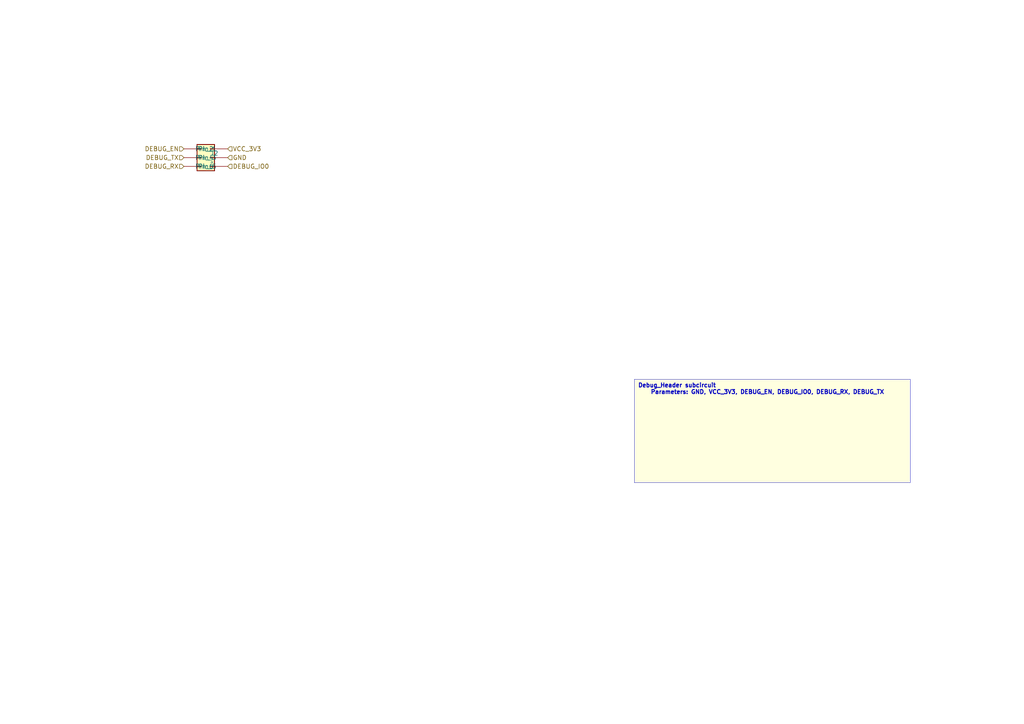
<source format=kicad_sch>
(kicad_sch (version 20250114) (generator "kicad_api") (generator_version 9.0)
  (paper A4)
  (paper A4)
  (lib_symbols
    (symbol "Connector_Generic:Conn_02x03_Odd_Even" (pin_numbers hide) (pin_names (offset 0.254))
      (property "Reference" "{'value': 'J', 'position': {'x': 1.27, 'y': 5.08, 'rotation': 0.0}, 'effects': {'font_size': [1.27, 1.27]}}" (at 0.0 0.0 0))
      (property "Value" "{'value': 'Conn_02x03_Odd_Even', 'position': {'x': 1.27, 'y': -5.08, 'rotation': 0.0}, 'effects': {'font_size': [1.27, 1.27]}}" (at 0.0 0.0 0))
      (symbol "Conn_02x03_Odd_Even_0_1"
        (rectangle (start -1.27 3.81) (end 3.81 -3.81) (stroke (width 0.254)) (fill (type background)))
        (rectangle (start -1.27 2.667) (end 0.0 2.413) (stroke (width 0.1524)))
        (rectangle (start -1.27 0.127) (end 0.0 -0.127) (stroke (width 0.1524)))
        (rectangle (start -1.27 -2.413) (end 0.0 -2.667) (stroke (width 0.1524)))
        (rectangle (start 3.81 2.667) (end 2.54 2.413) (stroke (width 0.1524)))
        (rectangle (start 3.81 0.127) (end 2.54 -0.127) (stroke (width 0.1524)))
        (rectangle (start 3.81 -2.413) (end 2.54 -2.667) (stroke (width 0.1524)))
      )
      (symbol "Conn_02x03_Odd_Even_1_1"
        (pin passive line (at -5.08 2.54 0) (length 3.81) (name Pin_1) (number "1"))
        (pin passive line (at -5.08 0.0 0) (length 3.81) (name Pin_3) (number "3"))
        (pin passive line (at -5.08 -2.54 0) (length 3.81) (name Pin_5) (number "5"))
        (pin passive line (at 7.62 2.54 180) (length 3.81) (name Pin_2) (number "2"))
        (pin passive line (at 7.62 0.0 180) (length 3.81) (name Pin_4) (number "4"))
        (pin passive line (at 7.62 -2.54 180) (length 3.81) (name Pin_6) (number "6"))
      )
    )
  )
  (title_block (title Debug_Header) (date 2025-08-02) (company Circuit-Synth))
  (symbol (lib_id Connector_Generic:Conn_02x03_Odd_Even) (at 58.42 45.72 0)
    (property "Reference" "J2" (at 60.96 44.449999999999996 0) (effects (justify left)))
    (property "Value" "~" (at 60.96 46.99 0) (effects (justify left)))
    (property "Footprint" "Connector_IDC:IDC-Header_2x03_P2.54mm_Vertical" (effects (hide yes)))
    (instances (project "circuit" (path "" (reference J2) (unit 1))) (project "ESP32_C6_Dev_Board_generated" (path "" (reference J2) (unit 1))))
  )
  (hierarchical_label DEBUG_EN (shape input) (at 53.34 43.18 180))
  (hierarchical_label DEBUG_TX (shape input) (at 53.34 45.72 180))
  (hierarchical_label DEBUG_RX (shape input) (at 53.34 48.26 180))
  (hierarchical_label VCC_3V3 (shape input) (at 66.04 43.18 0))
  (hierarchical_label GND (shape input) (at 66.04 45.72 0))
  (hierarchical_label DEBUG_IO0 (shape input) (at 66.04 48.26 0))
  (text_box "Debug_Header subcircuit\n    Parameters: GND, VCC_3V3, DEBUG_EN, DEBUG_IO0, DEBUG_RX, DEBUG_TX" (exclude_from_sim yes) (at 184.0 110.0 0) (size 80.0 30.0) (margins 1.0 1.0 1.0 1.0) (stroke (width 0.1)) (fill (type color) (color 255 255 224 1)) (effects (font (size 1.2 1.2) (thickness 0.254)) (justify left top)))
)
</source>
